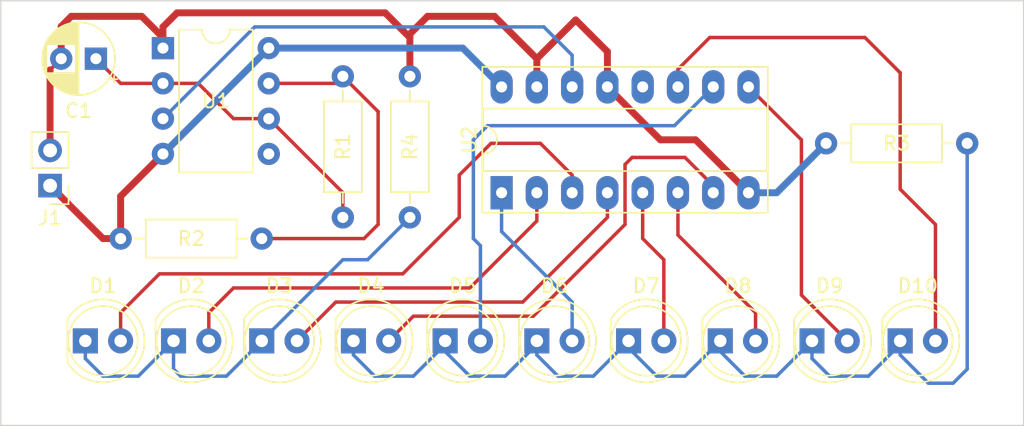
<source format=kicad_pcb>
(kicad_pcb (version 20221018) (generator pcbnew)
  (layers (0 "F.Cu" signal) (31 "B.Cu" signal) (34 "B.Paste" user) (35 "F.Paste" user) (36 "B.SilkS" user "B.Silkscreen") (37 "F.SilkS" user "F.Silkscreen") (38 "B.Mask" user) (39 "F.Mask" user) (44 "Edge.Cuts" user))
  (net 0 "")
  (net 1 "Net-(U1-THR)")
  (net 2 "GND")
  (net 3 "Net-(D1-K)")
  (net 4 "Net-(D1-A)")
  (net 5 "Net-(D2-A)")
  (net 6 "Net-(D3-A)")
  (net 7 "Net-(D10-K)")
  (net 8 "Net-(D4-A)")
  (net 9 "Net-(D5-A)")
  (net 10 "Net-(D6-A)")
  (net 11 "Net-(D7-A)")
  (net 12 "Net-(D8-A)")
  (net 13 "Net-(D9-A)")
  (net 14 "Net-(D10-A)")
  (net 15 "Net-(U1-DIS)")
  (net 16 "+5V")
  (net 17 "Net-(U1-Q)")
  (footprint "LED_THT:LED_D5.0mm" (layer "F.Cu") (at 34.925 70.485)
    (fp_text reference "D1" (at 1.27 -3.96) (layer "F.SilkS"))
    (fp_text value "LED's")
    (fp_line (start -1.29 -1.545) (end -1.29 1.545) (stroke (width 0.12)) (layer "F.SilkS"))
    (fp_arc (start -1.29 -1.54483) (mid 2.072002 -2.880433) (end 4.26 0.000462) (stroke (width 0.12)) (layer "F.SilkS"))
    (fp_arc (start 4.26 -0.000462) (mid 2.072002 2.880433) (end -1.29 1.54483) (stroke (width 0.12)) (layer "F.SilkS"))
    (fp_circle (center 1.27 0) (end 3.77 0) (stroke (width 0.12)) (fill none) (layer "F.SilkS"))
    (pad "1" thru_hole rect (at 0 0) (size 1.8 1.8) (drill 0.9) (layers "*.Cu" "*.Mask") (net 3 "Net-(D1-K)"))
    (pad "2" thru_hole circle (at 2.54 0) (size 1.8 1.8) (drill 0.9) (layers "*.Cu" "*.Mask") (net 4 "Net-(D1-A)"))
  )
  (footprint "LED_THT:LED_D5.0mm" (layer "F.Cu") (at 41.275 70.485)
    (fp_text reference "D2" (at 1.27 -3.96) (layer "F.SilkS"))
    (fp_text value "LED")
    (fp_line (start -1.29 -1.545) (end -1.29 1.545) (stroke (width 0.12)) (layer "F.SilkS"))
    (fp_arc (start -1.29 -1.54483) (mid 2.072002 -2.880433) (end 4.26 0.000462) (stroke (width 0.12)) (layer "F.SilkS"))
    (fp_arc (start 4.26 -0.000462) (mid 2.072002 2.880433) (end -1.29 1.54483) (stroke (width 0.12)) (layer "F.SilkS"))
    (fp_circle (center 1.27 0) (end 3.77 0) (stroke (width 0.12)) (fill none) (layer "F.SilkS"))
    (pad "1" thru_hole rect (at 0 0) (size 1.8 1.8) (drill 0.9) (layers "*.Cu" "*.Mask") (net 3 "Net-(D1-K)"))
    (pad "2" thru_hole circle (at 2.54 0) (size 1.8 1.8) (drill 0.9) (layers "*.Cu" "*.Mask") (net 5 "Net-(D2-A)"))
  )
  (footprint "Resistor_THT:R_Axial_DIN0207_L6.3mm_D2.5mm_P10.16mm_Horizontal" (layer "F.Cu") (at 53.467 51.435 -90)
    (fp_text reference "R1" (at 5.08 0 90) (layer "F.SilkS"))
    (fp_text value "47K" hide)
    (fp_line (start 1.04 0) (end 1.81 0) (stroke (width 0.12)) (layer "F.SilkS"))
    (fp_line (start 1.81 -1.37) (end 1.81 1.37) (stroke (width 0.12)) (layer "F.SilkS"))
    (fp_line (start 1.81 1.37) (end 8.35 1.37) (stroke (width 0.12)) (layer "F.SilkS"))
    (fp_line (start 8.35 -1.37) (end 1.81 -1.37) (stroke (width 0.12)) (layer "F.SilkS"))
    (fp_line (start 8.35 1.37) (end 8.35 -1.37) (stroke (width 0.12)) (layer "F.SilkS"))
    (fp_line (start 9.12 0) (end 8.35 0) (stroke (width 0.12)) (layer "F.SilkS"))
    (pad "1" thru_hole circle (at 0 0 270) (size 1.6 1.6) (drill 0.8) (layers "*.Cu" "*.Mask") (net 15 "Net-(U1-DIS)"))
    (pad "2" thru_hole oval (at 10.16 0 270) (size 1.6 1.6) (drill 0.8) (layers "*.Cu" "*.Mask") (net 1 "Net-(U1-THR)"))
  )
  (footprint "Package_DIP:DIP-8_W7.62mm" (layer "F.Cu") (at 40.513 49.403)
    (fp_text reference "U1" (at 3.81 3.81) (layer "F.SilkS"))
    (fp_text value "NE555P" hide)
    (fp_line (start 1.16 -1.33) (end 1.16 8.95) (stroke (width 0.12)) (layer "F.SilkS"))
    (fp_line (start 1.16 8.95) (end 6.46 8.95) (stroke (width 0.12)) (layer "F.SilkS"))
    (fp_line (start 2.81 -1.33) (end 1.16 -1.33) (stroke (width 0.12)) (layer "F.SilkS"))
    (fp_line (start 6.46 -1.33) (end 4.81 -1.33) (stroke (width 0.12)) (layer "F.SilkS"))
    (fp_line (start 6.46 8.95) (end 6.46 -1.33) (stroke (width 0.12)) (layer "F.SilkS"))
    (fp_arc (start 4.81 -1.33) (mid 3.81 -0.33) (end 2.81 -1.33) (stroke (width 0.12)) (layer "F.SilkS"))
    (pad "1" thru_hole rect (at 0 0) (size 1.6 1.6) (drill 0.8) (layers "*.Cu" "*.Mask") (net 2 "GND"))
    (pad "2" thru_hole oval (at 0 2.54) (size 1.6 1.6) (drill 0.8) (layers "*.Cu" "*.Mask") (net 1 "Net-(U1-THR)"))
    (pad "3" thru_hole oval (at 0 5.08) (size 1.6 1.6) (drill 0.8) (layers "*.Cu" "*.Mask") (net 17 "Net-(U1-Q)"))
    (pad "4" thru_hole oval (at 0 7.62) (size 1.6 1.6) (drill 0.8) (layers "*.Cu" "*.Mask") (net 16 "+5V"))
    (pad "5" thru_hole oval (at 7.62 7.62) (size 1.6 1.6) (drill 0.8) (layers "*.Cu" "*.Mask"))
    (pad "6" thru_hole oval (at 7.62 5.08) (size 1.6 1.6) (drill 0.8) (layers "*.Cu" "*.Mask") (net 1 "Net-(U1-THR)"))
    (pad "7" thru_hole oval (at 7.62 2.54) (size 1.6 1.6) (drill 0.8) (layers "*.Cu" "*.Mask") (net 15 "Net-(U1-DIS)"))
    (pad "8" thru_hole oval (at 7.62 0) (size 1.6 1.6) (drill 0.8) (layers "*.Cu" "*.Mask") (net 16 "+5V"))
  )
  (footprint "Package_DIP:DIP-16_W7.62mm_Socket_LongPads" (layer "F.Cu") (at 64.897 59.817 90)
    (fp_text reference "U2" (at 3.81 -2.33 90) (layer "F.SilkS"))
    (fp_text value "4017" hide)
    (fp_line (start -1.44 -1.39) (end -1.44 19.17) (stroke (width 0.12)) (layer "F.SilkS"))
    (fp_line (start -1.44 19.17) (end 9.06 19.17) (stroke (width 0.12)) (layer "F.SilkS"))
    (fp_line (start 1.56 -1.33) (end 1.56 19.11) (stroke (width 0.12)) (layer "F.SilkS"))
    (fp_line (start 1.56 19.11) (end 6.06 19.11) (stroke (width 0.12)) (layer "F.SilkS"))
    (fp_line (start 2.81 -1.33) (end 1.56 -1.33) (stroke (width 0.12)) (layer "F.SilkS"))
    (fp_line (start 6.06 -1.33) (end 4.81 -1.33) (stroke (width 0.12)) (layer "F.SilkS"))
    (fp_line (start 6.06 19.11) (end 6.06 -1.33) (stroke (width 0.12)) (layer "F.SilkS"))
    (fp_line (start 9.06 -1.39) (end -1.44 -1.39) (stroke (width 0.12)) (layer "F.SilkS"))
    (fp_line (start 9.06 19.17) (end 9.06 -1.39) (stroke (width 0.12)) (layer "F.SilkS"))
    (fp_arc (start 4.81 -1.33) (mid 3.81 -0.33) (end 2.81 -1.33) (stroke (width 0.12)) (layer "F.SilkS"))
    (pad "1" thru_hole rect (at 0 0 90) (size 2.4 1.6) (drill 0.8) (layers "*.Cu" "*.Mask") (net 10 "Net-(D6-A)"))
    (pad "2" thru_hole oval (at 0 2.54 90) (size 2.4 1.6) (drill 0.8) (layers "*.Cu" "*.Mask") (net 5 "Net-(D2-A)"))
    (pad "3" thru_hole oval (at 0 5.08 90) (size 2.4 1.6) (drill 0.8) (layers "*.Cu" "*.Mask") (net 4 "Net-(D1-A)"))
    (pad "4" thru_hole oval (at 0 7.62 90) (size 2.4 1.6) (drill 0.8) (layers "*.Cu" "*.Mask") (net 6 "Net-(D3-A)"))
    (pad "5" thru_hole oval (at 0 10.16 90) (size 2.4 1.6) (drill 0.8) (layers "*.Cu" "*.Mask") (net 11 "Net-(D7-A)"))
    (pad "6" thru_hole oval (at 0 12.7 90) (size 2.4 1.6) (drill 0.8) (layers "*.Cu" "*.Mask") (net 12 "Net-(D8-A)"))
    (pad "7" thru_hole oval (at 0 15.24 90) (size 2.4 1.6) (drill 0.8) (layers "*.Cu" "*.Mask") (net 8 "Net-(D4-A)"))
    (pad "8" thru_hole oval (at 0 17.78 90) (size 2.4 1.6) (drill 0.8) (layers "*.Cu" "*.Mask") (net 2 "GND"))
    (pad "9" thru_hole oval (at 7.62 17.78 90) (size 2.4 1.6) (drill 0.8) (layers "*.Cu" "*.Mask") (net 13 "Net-(D9-A)"))
    (pad "10" thru_hole oval (at 7.62 15.24 90) (size 2.4 1.6) (drill 0.8) (layers "*.Cu" "*.Mask") (net 9 "Net-(D5-A)"))
    (pad "11" thru_hole oval (at 7.62 12.7 90) (size 2.4 1.6) (drill 0.8) (layers "*.Cu" "*.Mask") (net 14 "Net-(D10-A)"))
    (pad "12" thru_hole oval (at 7.62 10.16 90) (size 2.4 1.6) (drill 0.8) (layers "*.Cu" "*.Mask"))
    (pad "13" thru_hole oval (at 7.62 7.62 90) (size 2.4 1.6) (drill 0.8) (layers "*.Cu" "*.Mask") (net 2 "GND"))
    (pad "14" thru_hole oval (at 7.62 5.08 90) (size 2.4 1.6) (drill 0.8) (layers "*.Cu" "*.Mask") (net 17 "Net-(U1-Q)"))
    (pad "15" thru_hole oval (at 7.62 2.54 90) (size 2.4 1.6) (drill 0.8) (layers "*.Cu" "*.Mask") (net 2 "GND"))
    (pad "16" thru_hole oval (at 7.62 0 90) (size 2.4 1.6) (drill 0.8) (layers "*.Cu" "*.Mask") (net 16 "+5V"))
  )
  (footprint "LED_THT:LED_D5.0mm" (layer "F.Cu") (at 60.833 70.485)
    (fp_text reference "D5" (at 1.27 -3.96) (layer "F.SilkS"))
    (fp_text value "LED")
    (fp_line (start -1.29 -1.545) (end -1.29 1.545) (stroke (width 0.12)) (layer "F.SilkS"))
    (fp_arc (start -1.29 -1.54483) (mid 2.072002 -2.880433) (end 4.26 0.000462) (stroke (width 0.12)) (layer "F.SilkS"))
    (fp_arc (start 4.26 -0.000462) (mid 2.072002 2.880433) (end -1.29 1.54483) (stroke (width 0.12)) (layer "F.SilkS"))
    (fp_circle (center 1.27 0) (end 3.77 0) (stroke (width 0.12)) (fill none) (layer "F.SilkS"))
    (pad "1" thru_hole rect (at 0 0) (size 1.8 1.8) (drill 0.9) (layers "*.Cu" "*.Mask") (net 7 "Net-(D10-K)"))
    (pad "2" thru_hole circle (at 2.54 0) (size 1.8 1.8) (drill 0.9) (layers "*.Cu" "*.Mask") (net 9 "Net-(D5-A)"))
  )
  (footprint "Resistor_THT:R_Axial_DIN0207_L6.3mm_D2.5mm_P10.16mm_Horizontal" (layer "F.Cu") (at 58.293 61.595 90)
    (fp_text reference "R4" (at 5.08 0 90) (layer "F.SilkS"))
    (fp_text value "R" hide)
    (fp_line (start 1.04 0) (end 1.81 0) (stroke (width 0.12)) (layer "F.SilkS"))
    (fp_line (start 1.81 -1.37) (end 1.81 1.37) (stroke (width 0.12)) (layer "F.SilkS"))
    (fp_line (start 1.81 1.37) (end 8.35 1.37) (stroke (width 0.12)) (layer "F.SilkS"))
    (fp_line (start 8.35 -1.37) (end 1.81 -1.37) (stroke (width 0.12)) (layer "F.SilkS"))
    (fp_line (start 8.35 1.37) (end 8.35 -1.37) (stroke (width 0.12)) (layer "F.SilkS"))
    (fp_line (start 9.12 0) (end 8.35 0) (stroke (width 0.12)) (layer "F.SilkS"))
    (pad "1" thru_hole circle (at 0 0 90) (size 1.6 1.6) (drill 0.8) (layers "*.Cu" "*.Mask") (net 3 "Net-(D1-K)"))
    (pad "2" thru_hole oval (at 10.16 0 90) (size 1.6 1.6) (drill 0.8) (layers "*.Cu" "*.Mask") (net 2 "GND"))
  )
  (footprint "LED_THT:LED_D5.0mm" (layer "F.Cu") (at 93.599 70.485)
    (fp_text reference "D10" (at 1.27 -3.96) (layer "F.SilkS"))
    (fp_text value "LED")
    (fp_line (start -1.29 -1.545) (end -1.29 1.545) (stroke (width 0.12)) (layer "F.SilkS"))
    (fp_arc (start -1.29 -1.54483) (mid 2.072002 -2.880433) (end 4.26 0.000462) (stroke (width 0.12)) (layer "F.SilkS"))
    (fp_arc (start 4.26 -0.000462) (mid 2.072002 2.880433) (end -1.29 1.54483) (stroke (width 0.12)) (layer "F.SilkS"))
    (fp_circle (center 1.27 0) (end 3.77 0) (stroke (width 0.12)) (fill none) (layer "F.SilkS"))
    (pad "1" thru_hole rect (at 0 0) (size 1.8 1.8) (drill 0.9) (layers "*.Cu" "*.Mask") (net 7 "Net-(D10-K)"))
    (pad "2" thru_hole circle (at 2.54 0) (size 1.8 1.8) (drill 0.9) (layers "*.Cu" "*.Mask") (net 14 "Net-(D10-A)"))
  )
  (footprint "LED_THT:LED_D5.0mm" (layer "F.Cu") (at 54.229 70.485)
    (fp_text reference "D4" (at 1.27 -3.96) (layer "F.SilkS"))
    (fp_text value "LED")
    (fp_line (start -1.29 -1.545) (end -1.29 1.545) (stroke (width 0.12)) (layer "F.SilkS"))
    (fp_arc (start -1.29 -1.54483) (mid 2.072002 -2.880433) (end 4.26 0.000462) (stroke (width 0.12)) (layer "F.SilkS"))
    (fp_arc (start 4.26 -0.000462) (mid 2.072002 2.880433) (end -1.29 1.54483) (stroke (width 0.12)) (layer "F.SilkS"))
    (fp_circle (center 1.27 0) (end 3.77 0) (stroke (width 0.12)) (fill none) (layer "F.SilkS"))
    (pad "1" thru_hole rect (at 0 0) (size 1.8 1.8) (drill 0.9) (layers "*.Cu" "*.Mask") (net 7 "Net-(D10-K)"))
    (pad "2" thru_hole circle (at 2.54 0) (size 1.8 1.8) (drill 0.9) (layers "*.Cu" "*.Mask") (net 8 "Net-(D4-A)"))
  )
  (footprint "LED_THT:LED_D5.0mm" (layer "F.Cu") (at 87.249 70.485)
    (fp_text reference "D9" (at 1.27 -3.96) (layer "F.SilkS"))
    (fp_text value "LED")
    (fp_line (start -1.29 -1.545) (end -1.29 1.545) (stroke (width 0.12)) (layer "F.SilkS"))
    (fp_arc (start -1.29 -1.54483) (mid 2.072002 -2.880433) (end 4.26 0.000462) (stroke (width 0.12)) (layer "F.SilkS"))
    (fp_arc (start 4.26 -0.000462) (mid 2.072002 2.880433) (end -1.29 1.54483) (stroke (width 0.12)) (layer "F.SilkS"))
    (fp_circle (center 1.27 0) (end 3.77 0) (stroke (width 0.12)) (fill none) (layer "F.SilkS"))
    (pad "1" thru_hole rect (at 0 0) (size 1.8 1.8) (drill 0.9) (layers "*.Cu" "*.Mask") (net 7 "Net-(D10-K)"))
    (pad "2" thru_hole circle (at 2.54 0) (size 1.8 1.8) (drill 0.9) (layers "*.Cu" "*.Mask") (net 13 "Net-(D9-A)"))
  )
  (footprint "Capacitor_THT:CP_Radial_D5.0mm_P2.50mm" (layer "F.Cu") (at 35.687 50.165 180)
    (fp_text reference "C1" (at 1.25 -3.75) (layer "F.SilkS"))
    (fp_text value "1uF" hide)
    (fp_line (start -1.554775 -1.475) (end -1.054775 -1.475) (stroke (width 0.12)) (layer "F.SilkS"))
    (fp_line (start -1.304775 -1.725) (end -1.304775 -1.225) (stroke (width 0.12)) (layer "F.SilkS"))
    (fp_line (start 1.25 -2.58) (end 1.25 2.58) (stroke (width 0.12)) (layer "F.SilkS"))
    (fp_line (start 1.29 -2.58) (end 1.29 2.58) (stroke (width 0.12)) (layer "F.SilkS"))
    (fp_line (start 1.33 -2.579) (end 1.33 2.579) (stroke (width 0.12)) (layer "F.SilkS"))
    (fp_line (start 1.37 -2.578) (end 1.37 2.578) (stroke (width 0.12)) (layer "F.SilkS"))
    (fp_line (start 1.41 -2.576) (end 1.41 2.576) (stroke (width 0.12)) (layer "F.SilkS"))
    (fp_line (start 1.45 -2.573) (end 1.45 2.573) (stroke (width 0.12)) (layer "F.SilkS"))
    (fp_line (start 1.49 -2.569) (end 1.49 -1.04) (stroke (width 0.12)) (layer "F.SilkS"))
    (fp_line (start 1.49 1.04) (end 1.49 2.569) (stroke (width 0.12)) (layer "F.SilkS"))
    (fp_line (start 1.53 -2.565) (end 1.53 -1.04) (stroke (width 0.12)) (layer "F.SilkS"))
    (fp_line (start 1.53 1.04) (end 1.53 2.565) (stroke (width 0.12)) (layer "F.SilkS"))
    (fp_line (start 1.57 -2.561) (end 1.57 -1.04) (stroke (width 0.12)) (layer "F.SilkS"))
    (fp_line (start 1.57 1.04) (end 1.57 2.561) (stroke (width 0.12)) (layer "F.SilkS"))
    (fp_line (start 1.61 -2.556) (end 1.61 -1.04) (stroke (width 0.12)) (layer "F.SilkS"))
    (fp_line (start 1.61 1.04) (end 1.61 2.556) (stroke (width 0.12)) (layer "F.SilkS"))
    (fp_line (start 1.65 -2.55) (end 1.65 -1.04) (stroke (width 0.12)) (layer "F.SilkS"))
    (fp_line (start 1.65 1.04) (end 1.65 2.55) (stroke (width 0.12)) (layer "F.SilkS"))
    (fp_line (start 1.69 -2.543) (end 1.69 -1.04) (stroke (width 0.12)) (layer "F.SilkS"))
    (fp_line (start 1.69 1.04) (end 1.69 2.543) (stroke (width 0.12)) (layer "F.SilkS"))
    (fp_line (start 1.73 -2.536) (end 1.73 -1.04) (stroke (width 0.12)) (layer "F.SilkS"))
    (fp_line (start 1.73 1.04) (end 1.73 2.536) (stroke (width 0.12)) (layer "F.SilkS"))
    (fp_line (start 1.77 -2.528) (end 1.77 -1.04) (stroke (width 0.12)) (layer "F.SilkS"))
    (fp_line (start 1.77 1.04) (end 1.77 2.528) (stroke (width 0.12)) (layer "F.SilkS"))
    (fp_line (start 1.81 -2.52) (end 1.81 -1.04) (stroke (width 0.12)) (layer "F.SilkS"))
    (fp_line (start 1.81 1.04) (end 1.81 2.52) (stroke (width 0.12)) (layer "F.SilkS"))
    (fp_line (start 1.85 -2.511) (end 1.85 -1.04) (stroke (width 0.12)) (layer "F.SilkS"))
    (fp_line (start 1.85 1.04) (end 1.85 2.511) (stroke (width 0.12)) (layer "F.SilkS"))
    (fp_line (start 1.89 -2.501) (end 1.89 -1.04) (stroke (width 0.12)) (layer "F.SilkS"))
    (fp_line (start 1.89 1.04) (end 1.89 2.501) (stroke (width 0.12)) (layer "F.SilkS"))
    (fp_line (start 1.93 -2.491) (end 1.93 -1.04) (stroke (width 0.12)) (layer "F.SilkS"))
    (fp_line (start 1.93 1.04) (end 1.93 2.491) (stroke (width 0.12)) (layer "F.SilkS"))
    (fp_line (start 1.971 -2.48) (end 1.971 -1.04) (stroke (width 0.12)) (layer "F.SilkS"))
    (fp_line (start 1.971 1.04) (end 1.971 2.48) (stroke (width 0.12)) (layer "F.SilkS"))
    (fp_line (start 2.011 -2.468) (end 2.011 -1.04) (stroke (width 0.12)) (layer "F.SilkS"))
    (fp_line (start 2.011 1.04) (end 2.011 2.468) (stroke (width 0.12)) (layer "F.SilkS"))
    (fp_line (start 2.051 -2.455) (end 2.051 -1.04) (stroke (width 0.12)) (layer "F.SilkS"))
    (fp_line (start 2.051 1.04) (end 2.051 2.455) (stroke (width 0.12)) (layer "F.SilkS"))
    (fp_line (start 2.091 -2.442) (end 2.091 -1.04) (stroke (width 0.12)) (layer "F.SilkS"))
    (fp_line (start 2.091 1.04) (end 2.091 2.442) (stroke (width 0.12)) (layer "F.SilkS"))
    (fp_line (start 2.131 -2.428) (end 2.131 -1.04) (stroke (width 0.12)) (layer "F.SilkS"))
    (fp_line (start 2.131 1.04) (end 2.131 2.428) (stroke (width 0.12)) (layer "F.SilkS"))
    (fp_line (start 2.171 -2.414) (end 2.171 -1.04) (stroke (width 0.12)) (layer "F.SilkS"))
    (fp_line (start 2.171 1.04) (end 2.171 2.414) (stroke (width 0.12)) (layer "F.SilkS"))
    (fp_line (start 2.211 -2.398) (end 2.211 -1.04) (stroke (width 0.12)) (layer "F.SilkS"))
    (fp_line (start 2.211 1.04) (end 2.211 2.398) (stroke (width 0.12)) (layer "F.SilkS"))
    (fp_line (start 2.251 -2.382) (end 2.251 -1.04) (stroke (width 0.12)) (layer "F.SilkS"))
    (fp_line (start 2.251 1.04) (end 2.251 2.382) (stroke (width 0.12)) (layer "F.SilkS"))
    (fp_line (start 2.291 -2.365) (end 2.291 -1.04) (stroke (width 0.12)) (layer "F.SilkS"))
    (fp_line (start 2.291 1.04) (end 2.291 2.365) (stroke (width 0.12)) (layer "F.SilkS"))
    (fp_line (start 2.331 -2.348) (end 2.331 -1.04) (stroke (width 0.12)) (layer "F.SilkS"))
    (fp_line (start 2.331 1.04) (end 2.331 2.348) (stroke (width 0.12)) (layer "F.SilkS"))
    (fp_line (start 2.371 -2.329) (end 2.371 -1.04) (stroke (width 0.12)) (layer "F.SilkS"))
    (fp_line (start 2.371 1.04) (end 2.371 2.329) (stroke (width 0.12)) (layer "F.SilkS"))
    (fp_line (start 2.411 -2.31) (end 2.411 -1.04) (stroke (width 0.12)) (layer "F.SilkS"))
    (fp_line (start 2.411 1.04) (end 2.411 2.31) (stroke (width 0.12)) (layer "F.SilkS"))
    (fp_line (start 2.451 -2.29) (end 2.451 -1.04) (stroke (width 0.12)) (layer "F.SilkS"))
    (fp_line (start 2.451 1.04) (end 2.451 2.29) (stroke (width 0.12)) (layer "F.SilkS"))
    (fp_line (start 2.491 -2.268) (end 2.491 -1.04) (stroke (width 0.12)) (layer "F.SilkS"))
    (fp_line (start 2.491 1.04) (end 2.491 2.268) (stroke (width 0.12)) (layer "F.SilkS"))
    (fp_line (start 2.531 -2.247) (end 2.531 -1.04) (stroke (width 0.12)) (layer "F.SilkS"))
    (fp_line (start 2.531 1.04) (end 2.531 2.247) (stroke (width 0.12)) (layer "F.SilkS"))
    (fp_line (start 2.571 -2.224) (end 2.571 -1.04) (stroke (width 0.12)) (layer "F.SilkS"))
    (fp_line (start 2.571 1.04) (end 2.571 2.224) (stroke (width 0.12)) (layer "F.SilkS"))
    (fp_line (start 2.611 -2.2) (end 2.611 -1.04) (stroke (width 0.12)) (layer "F.SilkS"))
    (fp_line (start 2.611 1.04) (end 2.611 2.2) (stroke (width 0.12)) (layer "F.SilkS"))
    (fp_line (start 2.651 -2.175) (end 2.651 -1.04) (stroke (width 0.12)) (layer "F.SilkS"))
    (fp_line (start 2.651 1.04) (end 2.651 2.175) (stroke (width 0.12)) (layer "F.SilkS"))
    (fp_line (start 2.691 -2.149) (end 2.691 -1.04) (stroke (width 0.12)) (layer "F.SilkS"))
    (fp_line (start 2.691 1.04) (end 2.691 2.149) (stroke (width 0.12)) (layer "F.SilkS"))
    (fp_line (start 2.731 -2.122) (end 2.731 -1.04) (stroke (width 0.12)) (layer "F.SilkS"))
    (fp_line (start 2.731 1.04) (end 2.731 2.122) (stroke (width 0.12)) (layer "F.SilkS"))
    (fp_line (start 2.771 -2.095) (end 2.771 -1.04) (stroke (width 0.12)) (layer "F.SilkS"))
    (fp_line (start 2.771 1.04) (end 2.771 2.095) (stroke (width 0.12)) (layer "F.SilkS"))
    (fp_line (start 2.811 -2.065) (end 2.811 -1.04) (stroke (width 0.12)) (layer "F.SilkS"))
    (fp_line (start 2.811 1.04) (end 2.811 2.065) (stroke (width 0.12)) (layer "F.SilkS"))
    (fp_line (start 2.851 -2.035) (end 2.851 -1.04) (stroke (width 0.12)) (layer "F.SilkS"))
    (fp_line (start 2.851 1.04) (end 2.851 2.035) (stroke (width 0.12)) (layer "F.SilkS"))
    (fp_line (start 2.891 -2.004) (end 2.891 -1.04) (stroke (width 0.12)) (layer "F.SilkS"))
    (fp_line (start 2.891 1.04) (end 2.891 2.004) (stroke (width 0.12)) (layer "F.SilkS"))
    (fp_line (start 2.931 -1.971) (end 2.931 -1.04) (stroke (width 0.12)) (layer "F.SilkS"))
    (fp_line (start 2.931 1.04) (end 2.931 1.971) (stroke (width 0.12)) (layer "F.SilkS"))
    (fp_line (start 2.971 -1.937) (end 2.971 -1.04) (stroke (width 0.12)) (layer "F.SilkS"))
    (fp_line (start 2.971 1.04) (end 2.971 1.937) (stroke (width 0.12)) (layer "F.SilkS"))
    (fp_line (start 3.011 -1.901) (end 3.011 -1.04) (stroke (width 0.12)) (layer "F.SilkS"))
    (fp_line (start 3.011 1.04) (end 3.011 1.901) (stroke (width 0.12)) (layer "F.SilkS"))
    (fp_line (start 3.051 -1.864) (end 3.051 -1.04) (stroke (width 0.12)) (layer "F.SilkS"))
    (fp_line (start 3.051 1.04) (end 3.051 1.864) (stroke (width 0.12)) (layer "F.SilkS"))
    (fp_line (start 3.091 -1.826) (end 3.091 -1.04) (stroke (width 0.12)) (layer "F.SilkS"))
    (fp_line (start 3.091 1.04) (end 3.091 1.826) (stroke (width 0.12)) (layer "F.SilkS"))
    (fp_line (start 3.131 -1.785) (end 3.131 -1.04) (stroke (width 0.12)) (layer "F.SilkS"))
    (fp_line (start 3.131 1.04) (end 3.131 1.785) (stroke (width 0.12)) (layer "F.SilkS"))
    (fp_line (start 3.171 -1.743) (end 3.171 -1.04) (stroke (width 0.12)) (layer "F.SilkS"))
    (fp_line (start 3.171 1.04) (end 3.171 1.743) (stroke (width 0.12)) (layer "F.SilkS"))
    (fp_line (start 3.211 -1.699) (end 3.211 -1.04) (stroke (width 0.12)) (layer "F.SilkS"))
    (fp_line (start 3.211 1.04) (end 3.211 1.699) (stroke (width 0.12)) (layer "F.SilkS"))
    (fp_line (start 3.251 -1.653) (end 3.251 -1.04) (stroke (width 0.12)) (layer "F.SilkS"))
    (fp_line (start 3.251 1.04) (end 3.251 1.653) (stroke (width 0.12)) (layer "F.SilkS"))
    (fp_line (start 3.291 -1.605) (end 3.291 -1.04) (stroke (width 0.12)) (layer "F.SilkS"))
    (fp_line (start 3.291 1.04) (end 3.291 1.605) (stroke (width 0.12)) (layer "F.SilkS"))
    (fp_line (start 3.331 -1.554) (end 3.331 -1.04) (stroke (width 0.12)) (layer "F.SilkS"))
    (fp_line (start 3.331 1.04) (end 3.331 1.554) (stroke (width 0.12)) (layer "F.SilkS"))
    (fp_line (start 3.371 -1.5) (end 3.371 -1.04) (stroke (width 0.12)) (layer "F.SilkS"))
    (fp_line (start 3.371 1.04) (end 3.371 1.5) (stroke (width 0.12)) (layer "F.SilkS"))
    (fp_line (start 3.411 -1.443) (end 3.411 -1.04) (stroke (width 0.12)) (layer "F.SilkS"))
    (fp_line (start 3.411 1.04) (end 3.411 1.443) (stroke (width 0.12)) (layer "F.SilkS"))
    (fp_line (start 3.451 -1.383) (end 3.451 -1.04) (stroke (width 0.12)) (layer "F.SilkS"))
    (fp_line (start 3.451 1.04) (end 3.451 1.383) (stroke (width 0.12)) (layer "F.SilkS"))
    (fp_line (start 3.491 -1.319) (end 3.491 -1.04) (stroke (width 0.12)) (layer "F.SilkS"))
    (fp_line (start 3.491 1.04) (end 3.491 1.319) (stroke (width 0.12)) (layer "F.SilkS"))
    (fp_line (start 3.531 -1.251) (end 3.531 -1.04) (stroke (width 0.12)) (layer "F.SilkS"))
    (fp_line (start 3.531 1.04) (end 3.531 1.251) (stroke (width 0.12)) (layer "F.SilkS"))
    (fp_line (start 3.571 -1.178) (end 3.571 1.178) (stroke (width 0.12)) (layer "F.SilkS"))
    (fp_line (start 3.611 -1.098) (end 3.611 1.098) (stroke (width 0.12)) (layer "F.SilkS"))
    (fp_line (start 3.651 -1.011) (end 3.651 1.011) (stroke (width 0.12)) (layer "F.SilkS"))
    (fp_line (start 3.691 -0.915) (end 3.691 0.915) (stroke (width 0.12)) (layer "F.SilkS"))
    (fp_line (start 3.731 -0.805) (end 3.731 0.805) (stroke (width 0.12)) (layer "F.SilkS"))
    (fp_line (start 3.771 -0.677) (end 3.771 0.677) (stroke (width 0.12)) (layer "F.SilkS"))
    (fp_line (start 3.811 -0.518) (end 3.811 0.518) (stroke (width 0.12)) (layer "F.SilkS"))
    (fp_line (start 3.851 -0.284) (end 3.851 0.284) (stroke (width 0.12)) (layer "F.SilkS"))
    (fp_circle (center 1.25 0) (end 3.87 0) (stroke (width 0.12)) (fill none) (layer "F.SilkS"))
    (pad "1" thru_hole rect (at 0 0 180) (size 1.6 1.6) (drill 0.8) (layers "*.Cu" "*.Mask") (net 1 "Net-(U1-THR)"))
    (pad "2" thru_hole circle (at 2.5 0 180) (size 1.6 1.6) (drill 0.8) (layers "*.Cu" "*.Mask") (net 2 "GND"))
  )
  (footprint "LED_THT:LED_D5.0mm" (layer "F.Cu") (at 74.041 70.485)
    (fp_text reference "D7" (at 1.27 -3.96) (layer "F.SilkS"))
    (fp_text value "LED")
    (fp_line (start -1.29 -1.545) (end -1.29 1.545) (stroke (width 0.12)) (layer "F.SilkS"))
    (fp_arc (start -1.29 -1.54483) (mid 2.072002 -2.880433) (end 4.26 0.000462) (stroke (width 0.12)) (layer "F.SilkS"))
    (fp_arc (start 4.26 -0.000462) (mid 2.072002 2.880433) (end -1.29 1.54483) (stroke (width 0.12)) (layer "F.SilkS"))
    (fp_circle (center 1.27 0) (end 3.77 0) (stroke (width 0.12)) (fill none) (layer "F.SilkS"))
    (pad "1" thru_hole rect (at 0 0) (size 1.8 1.8) (drill 0.9) (layers "*.Cu" "*.Mask") (net 7 "Net-(D10-K)"))
    (pad "2" thru_hole circle (at 2.54 0) (size 1.8 1.8) (drill 0.9) (layers "*.Cu" "*.Mask") (net 11 "Net-(D7-A)"))
  )
  (footprint "LED_THT:LED_D5.0mm" (layer "F.Cu") (at 47.625 70.485)
    (fp_text reference "D3" (at 1.27 -3.96) (layer "F.SilkS"))
    (fp_text value "LED")
    (fp_line (start -1.29 -1.545) (end -1.29 1.545) (stroke (width 0.12)) (layer "F.SilkS"))
    (fp_arc (start -1.29 -1.54483) (mid 2.072002 -2.880433) (end 4.26 0.000462) (stroke (width 0.12)) (layer "F.SilkS"))
    (fp_arc (start 4.26 -0.000462) (mid 2.072002 2.880433) (end -1.29 1.54483) (stroke (width 0.12)) (layer "F.SilkS"))
    (fp_circle (center 1.27 0) (end 3.77 0) (stroke (width 0.12)) (fill none) (layer "F.SilkS"))
    (pad "1" thru_hole rect (at 0 0) (size 1.8 1.8) (drill 0.9) (layers "*.Cu" "*.Mask") (net 3 "Net-(D1-K)"))
    (pad "2" thru_hole circle (at 2.54 0) (size 1.8 1.8) (drill 0.9) (layers "*.Cu" "*.Mask") (net 6 "Net-(D3-A)"))
  )
  (footprint "Resistor_THT:R_Axial_DIN0207_L6.3mm_D2.5mm_P10.16mm_Horizontal" (layer "F.Cu") (at 98.425 56.261 180)
    (fp_text reference "R3" (at 5.08 0) (layer "F.SilkS"))
    (fp_text value "R" hide)
    (fp_line (start 1.04 0) (end 1.81 0) (stroke (width 0.12)) (layer "F.SilkS"))
    (fp_line (start 1.81 -1.37) (end 1.81 1.37) (stroke (width 0.12)) (layer "F.SilkS"))
    (fp_line (start 1.81 1.37) (end 8.35 1.37) (stroke (width 0.12)) (layer "F.SilkS"))
    (fp_line (start 8.35 -1.37) (end 1.81 -1.37) (stroke (width 0.12)) (layer "F.SilkS"))
    (fp_line (start 8.35 1.37) (end 8.35 -1.37) (stroke (width 0.12)) (layer "F.SilkS"))
    (fp_line (start 9.12 0) (end 8.35 0) (stroke (width 0.12)) (layer "F.SilkS"))
    (pad "1" thru_hole circle (at 0 0 180) (size 1.6 1.6) (drill 0.8) (layers "*.Cu" "*.Mask") (net 7 "Net-(D10-K)"))
    (pad "2" thru_hole oval (at 10.16 0 180) (size 1.6 1.6) (drill 0.8) (layers "*.Cu" "*.Mask") (net 2 "GND"))
  )
  (footprint "LED_THT:LED_D5.0mm" (layer "F.Cu") (at 67.437 70.485)
    (fp_text reference "D6" (at 1.27 -3.96) (layer "F.SilkS"))
    (fp_text value "LED")
    (fp_line (start -1.29 -1.545) (end -1.29 1.545) (stroke (width 0.12)) (layer "F.SilkS"))
    (fp_arc (start -1.29 -1.54483) (mid 2.072002 -2.880433) (end 4.26 0.000462) (stroke (width 0.12)) (layer "F.SilkS"))
    (fp_arc (start 4.26 -0.000462) (mid 2.072002 2.880433) (end -1.29 1.54483) (stroke (width 0.12)) (layer "F.SilkS"))
    (fp_circle (center 1.27 0) (end 3.77 0) (stroke (width 0.12)) (fill none) (layer "F.SilkS"))
    (pad "1" thru_hole rect (at 0 0) (size 1.8 1.8) (drill 0.9) (layers "*.Cu" "*.Mask") (net 7 "Net-(D10-K)"))
    (pad "2" thru_hole circle (at 2.54 0) (size 1.8 1.8) (drill 0.9) (layers "*.Cu" "*.Mask") (net 10 "Net-(D6-A)"))
  )
  (footprint "LED_THT:LED_D5.0mm" (layer "F.Cu") (at 80.645 70.485)
    (fp_text reference "D8" (at 1.27 -3.96) (layer "F.SilkS"))
    (fp_text value "LED")
    (fp_line (start -1.29 -1.545) (end -1.29 1.545) (stroke (width 0.12)) (layer "F.SilkS"))
    (fp_arc (start -1.29 -1.54483) (mid 2.072002 -2.880433) (end 4.26 0.000462) (stroke (width 0.12)) (layer "F.SilkS"))
    (fp_arc (start 4.26 -0.000462) (mid 2.072002 2.880433) (end -1.29 1.54483) (stroke (width 0.12)) (layer "F.SilkS"))
    (fp_circle (center 1.27 0) (end 3.77 0) (stroke (width 0.12)) (fill none) (layer "F.SilkS"))
    (pad "1" thru_hole rect (at 0 0) (size 1.8 1.8) (drill 0.9) (layers "*.Cu" "*.Mask") (net 7 "Net-(D10-K)"))
    (pad "2" thru_hole circle (at 2.54 0) (size 1.8 1.8) (drill 0.9) (layers "*.Cu" "*.Mask") (net 12 "Net-(D8-A)"))
  )
  (footprint "Connector_PinHeader_2.54mm:PinHeader_1x02_P2.54mm_Vertical" (layer "F.Cu") (at 32.385 59.309 180)
    (fp_text reference "J1" (at 0 -2.33) (layer "F.SilkS"))
    (fp_text value "Conn_01x02" hide)
    (fp_line (start -1.33 -1.33) (end 0 -1.33) (stroke (width 0.12)) (layer "F.SilkS"))
    (fp_line (start -1.33 0) (end -1.33 -1.33) (stroke (width 0.12)) (layer "F.SilkS"))
    (fp_line (start -1.33 1.27) (end -1.33 3.87) (stroke (width 0.12)) (layer "F.SilkS"))
    (fp_line (start -1.33 1.27) (end 1.33 1.27) (stroke (width 0.12)) (layer "F.SilkS"))
    (fp_line (start -1.33 3.87) (end 1.33 3.87) (stroke (width 0.12)) (layer "F.SilkS"))
    (fp_line (start 1.33 1.27) (end 1.33 3.87) (stroke (width 0.12)) (layer "F.SilkS"))
    (pad "1" thru_hole rect (at 0 0 180) (size 1.7 1.7) (drill 1) (layers "*.Cu" "*.Mask") (net 16 "+5V"))
    (pad "2" thru_hole oval (at 0 2.54 180) (size 1.7 1.7) (drill 1) (layers "*.Cu" "*.Mask") (net 2 "GND"))
  )
  (footprint "Resistor_THT:R_Axial_DIN0207_L6.3mm_D2.5mm_P10.16mm_Horizontal" (layer "F.Cu") (at 37.465 63.119)
    (fp_text reference "R2" (at 5.08 0) (layer "F.SilkS"))
    (fp_text value "1K" hide)
    (fp_line (start 1.04 0) (end 1.81 0) (stroke (width 0.12)) (layer "F.SilkS"))
    (fp_line (start 1.81 -1.37) (end 1.81 1.37) (stroke (width 0.12)) (layer "F.SilkS"))
    (fp_line (start 1.81 1.37) (end 8.35 1.37) (stroke (width 0.12)) (layer "F.SilkS"))
    (fp_line (start 8.35 -1.37) (end 1.81 -1.37) (stroke (width 0.12)) (layer "F.SilkS"))
    (fp_line (start 8.35 1.37) (end 8.35 -1.37) (stroke (width 0.12)) (layer "F.SilkS"))
    (fp_line (start 9.12 0) (end 8.35 0) (stroke (width 0.12)) (layer "F.SilkS"))
    (pad "1" thru_hole circle (at 0 0) (size 1.6 1.6) (drill 0.8) (layers "*.Cu" "*.Mask") (net 16 "+5V"))
    (pad "2" thru_hole oval (at 10.16 0) (size 1.6 1.6) (drill 0.8) (layers "*.Cu" "*.Mask") (net 15 "Net-(U1-DIS)"))
  )
  (gr_rect (start 28.829 45.989596) (end 102.489 76.581) (stroke (width 0.1)) (fill none) (layer "Edge.Cuts"))
  (segment (start 45.593 54.483) (end 48.133 54.483) (width 0.25) (layer "F.Cu") (net 1))
  (segment (start 53.467 59.817) (end 53.467 61.595) (width 0.25) (layer "F.Cu") (net 1))
  (segment (start 35.687 50.165) (end 37.465 51.943) (width 0.25) (layer "F.Cu") (net 1))
  (segment (start 48.133 54.483) (end 53.467 59.817) (width 0.25) (layer "F.Cu") (net 1))
  (segment (start 37.465 51.943) (end 40.513 51.943) (width 0.25) (layer "F.Cu") (net 1))
  (segment (start 43.053 51.943) (end 45.593 54.483) (width 0.25) (layer "F.Cu") (net 1))
  (segment (start 40.513 51.943) (end 43.053 51.943) (width 0.25) (layer "F.Cu") (net 1))
  (segment (start 72.517 49.657) (end 72.517 52.197) (width 0.5) (layer "F.Cu") (net 2))
  (segment (start 32.385 50.967) (end 33.187 50.165) (width 0.25) (layer "F.Cu") (net 2))
  (segment (start 33.909 47.117) (end 38.989 47.117) (width 0.5) (layer "F.Cu") (net 2))
  (segment (start 33.187 47.839) (end 33.909 47.117) (width 0.5) (layer "F.Cu") (net 2))
  (segment (start 67.437 50.165) (end 70.231 47.371) (width 0.5) (layer "F.Cu") (net 2))
  (segment (start 58.293 51.435) (end 58.293 48.387) (width 0.5) (layer "F.Cu") (net 2))
  (segment (start 38.989 47.117) (end 40.513 48.641) (width 0.5) (layer "F.Cu") (net 2))
  (segment (start 64.389 47.117) (end 67.437 50.165) (width 0.5) (layer "F.Cu") (net 2))
  (segment (start 40.513 47.879) (end 41.529 46.863) (width 0.5) (layer "F.Cu") (net 2))
  (segment (start 67.437 50.165) (end 67.437 52.197) (width 0.5) (layer "F.Cu") (net 2))
  (segment (start 76.327 56.007) (end 78.867 56.007) (width 0.5) (layer "F.Cu") (net 2))
  (segment (start 59.563 47.117) (end 64.389 47.117) (width 0.5) (layer "F.Cu") (net 2))
  (segment (start 33.187 50.165) (end 33.187 47.839) (width 0.5) (layer "F.Cu") (net 2))
  (segment (start 56.515 46.863) (end 58.293 48.641) (width 0.5) (layer "F.Cu") (net 2))
  (segment (start 40.513 49.403) (end 40.513 47.879) (width 0.5) (layer "F.Cu") (net 2))
  (segment (start 70.231 47.371) (end 72.517 49.657) (width 0.5) (layer "F.Cu") (net 2))
  (segment (start 78.867 56.007) (end 82.677 59.817) (width 0.5) (layer "F.Cu") (net 2))
  (segment (start 40.513 48.641) (end 40.513 49.403) (width 0.25) (layer "F.Cu") (net 2))
  (segment (start 32.385 56.769) (end 32.385 50.967) (width 0.5) (layer "F.Cu") (net 2))
  (segment (start 41.529 46.863) (end 56.515 46.863) (width 0.5) (layer "F.Cu") (net 2))
  (segment (start 58.293 48.387) (end 59.563 47.117) (width 0.5) (layer "F.Cu") (net 2))
  (segment (start 72.517 52.197) (end 76.327 56.007) (width 0.5) (layer "F.Cu") (net 2))
  (segment (start 84.709 59.817) (end 88.265 56.261) (width 0.5) (layer "B.Cu") (net 2))
  (segment (start 82.677 59.817) (end 84.709 59.817) (width 0.5) (layer "B.Cu") (net 2))
  (segment (start 41.275 72.517) (end 41.783 73.025) (width 0.25) (layer "B.Cu") (net 3))
  (segment (start 38.735 73.025) (end 41.275 70.485) (width 0.25) (layer "B.Cu") (net 3))
  (segment (start 41.783 73.025) (end 45.085 73.025) (width 0.25) (layer "B.Cu") (net 3))
  (segment (start 34.925 71.755) (end 36.195 73.025) (width 0.25) (layer "B.Cu") (net 3))
  (segment (start 58.293 61.595) (end 55.245 64.643) (width 0.25) (layer "B.Cu") (net 3))
  (segment (start 45.085 73.025) (end 47.625 70.485) (width 0.25) (layer "B.Cu") (net 3))
  (segment (start 34.925 70.485) (end 34.925 71.755) (width 0.25) (layer "B.Cu") (net 3))
  (segment (start 36.195 73.025) (end 38.735 73.025) (width 0.25) (layer "B.Cu") (net 3))
  (segment (start 55.245 64.643) (end 53.467 64.643) (width 0.25) (layer "B.Cu") (net 3))
  (segment (start 53.467 64.643) (end 47.625 70.485) (width 0.25) (layer "B.Cu") (net 3))
  (segment (start 41.275 70.485) (end 41.275 72.517) (width 0.25) (layer "B.Cu") (net 3))
  (segment (start 64.135 56.261) (end 67.691 56.261) (width 0.25) (layer "F.Cu") (net 4))
  (segment (start 37.465 68.453) (end 40.259 65.659) (width 0.25) (layer "F.Cu") (net 4))
  (segment (start 40.259 65.659) (end 57.785 65.659) (width 0.25) (layer "F.Cu") (net 4))
  (segment (start 69.977 58.547) (end 69.977 59.817) (width 0.25) (layer "F.Cu") (net 4))
  (segment (start 37.465 70.485) (end 37.465 68.453) (width 0.25) (layer "F.Cu") (net 4))
  (segment (start 61.849 58.547) (end 64.135 56.261) (width 0.25) (layer "F.Cu") (net 4))
  (segment (start 67.691 56.261) (end 69.977 58.547) (width 0.25) (layer "F.Cu") (net 4))
  (segment (start 61.849 61.595) (end 61.849 58.547) (width 0.25) (layer "F.Cu") (net 4))
  (segment (start 57.785 65.659) (end 61.849 61.595) (width 0.25) (layer "F.Cu") (net 4))
  (segment (start 45.593 66.675) (end 62.611 66.675) (width 0.25) (layer "F.Cu") (net 5))
  (segment (start 43.815 70.485) (end 43.815 68.453) (width 0.25) (layer "F.Cu") (net 5))
  (segment (start 67.437 61.849) (end 67.437 59.817) (width 0.25) (layer "F.Cu") (net 5))
  (segment (start 43.815 68.453) (end 45.593 66.675) (width 0.25) (layer "F.Cu") (net 5))
  (segment (start 62.611 66.675) (end 67.437 61.849) (width 0.25) (layer "F.Cu") (net 5))
  (segment (start 50.165 70.485) (end 52.959 67.691) (width 0.25) (layer "F.Cu") (net 6))
  (segment (start 72.517 61.595) (end 72.517 59.817) (width 0.25) (layer "F.Cu") (net 6))
  (segment (start 52.959 67.691) (end 66.421 67.691) (width 0.25) (layer "F.Cu") (net 6))
  (segment (start 66.421 67.691) (end 72.517 61.595) (width 0.25) (layer "F.Cu") (net 6))
  (segment (start 74.041 70.485) (end 74.041 70.993) (width 0.25) (layer "B.Cu") (net 7))
  (segment (start 60.833 71.247) (end 62.611 73.025) (width 0.25) (layer "B.Cu") (net 7))
  (segment (start 54.229 71.501) (end 55.753 73.025) (width 0.25) (layer "B.Cu") (net 7))
  (segment (start 55.753 73.025) (end 58.547 73.025) (width 0.25) (layer "B.Cu") (net 7))
  (segment (start 67.437 70.485) (end 67.437 71.501) (width 0.25) (layer "B.Cu") (net 7))
  (segment (start 67.437 70.739) (end 67.437 70.485) (width 0.25) (layer "B.Cu") (net 7))
  (segment (start 98.425 72.517) (end 98.425 56.261) (width 0.25) (layer "B.Cu") (net 7))
  (segment (start 76.073 73.025) (end 78.105 73.025) (width 0.25) (layer "B.Cu") (net 7))
  (segment (start 95.631 73.533) (end 97.409 73.533) (width 0.25) (layer "B.Cu") (net 7))
  (segment (start 62.611 73.025) (end 65.151 73.025) (width 0.25) (layer "B.Cu") (net 7))
  (segment (start 87.249 71.755) (end 88.519 73.025) (width 0.25) (layer "B.Cu") (net 7))
  (segment (start 68.961 73.025) (end 71.501 73.025) (width 0.25) (layer "B.Cu") (net 7))
  (segment (start 91.313 73.025) (end 93.599 70.739) (width 0.25) (layer "B.Cu") (net 7))
  (segment (start 58.547 73.025) (end 60.833 70.739) (width 0.25) (layer "B.Cu") (net 7))
  (segment (start 67.437 71.501) (end 68.961 73.025) (width 0.25) (layer "B.Cu") (net 7))
  (segment (start 60.833 70.739) (end 60.833 70.485) (width 0.25) (layer "B.Cu") (net 7))
  (segment (start 80.645 71.247) (end 82.423 73.025) (width 0.25) (layer "B.Cu") (net 7))
  (segment (start 87.249 70.485) (end 87.249 71.755) (width 0.25) (layer "B.Cu") (net 7))
  (segment (start 74.041 70.993) (end 76.073 73.025) (width 0.25) (layer "B.Cu") (net 7))
  (segment (start 97.409 73.533) (end 98.425 72.517) (width 0.25) (layer "B.Cu") (net 7))
  (segment (start 84.709 73.025) (end 87.249 70.485) (width 0.25) (layer "B.Cu") (net 7))
  (segment (start 93.599 70.739) (end 93.599 70.485) (width 0.25) (layer "B.Cu") (net 7))
  (segment (start 54.229 70.485) (end 54.229 71.501) (width 0.25) (layer "B.Cu") (net 7))
  (segment (start 93.599 70.485) (end 93.599 71.501) (width 0.25) (layer "B.Cu") (net 7))
  (segment (start 82.423 73.025) (end 84.709 73.025) (width 0.25) (layer "B.Cu") (net 7))
  (segment (start 65.151 73.025) (end 67.437 70.739) (width 0.25) (layer "B.Cu") (net 7))
  (segment (start 78.105 73.025) (end 80.645 70.485) (width 0.25) (layer "B.Cu") (net 7))
  (segment (start 93.599 71.501) (end 95.631 73.533) (width 0.25) (layer "B.Cu") (net 7))
  (segment (start 71.501 73.025) (end 74.041 70.485) (width 0.25) (layer "B.Cu") (net 7))
  (segment (start 88.519 73.025) (end 91.313 73.025) (width 0.25) (layer "B.Cu") (net 7))
  (segment (start 80.645 70.485) (end 80.645 71.247) (width 0.25) (layer "B.Cu") (net 7))
  (segment (start 60.833 70.485) (end 60.833 71.247) (width 0.25) (layer "B.Cu") (net 7))
  (segment (start 74.295 57.277) (end 78.105 57.277) (width 0.25) (layer "F.Cu") (net 8))
  (segment (start 73.787 57.785) (end 74.295 57.277) (width 0.25) (layer "F.Cu") (net 8))
  (segment (start 67.183 68.707) (end 73.787 62.103) (width 0.25) (layer "F.Cu") (net 8))
  (segment (start 56.769 70.485) (end 58.547 68.707) (width 0.25) (layer "F.Cu") (net 8))
  (segment (start 80.137 59.309) (end 80.137 59.817) (width 0.25) (layer "F.Cu") (net 8))
  (segment (start 58.547 68.707) (end 67.183 68.707) (width 0.25) (layer "F.Cu") (net 8))
  (segment (start 78.105 57.277) (end 80.137 59.309) (width 0.25) (layer "F.Cu") (net 8))
  (segment (start 73.787 62.103) (end 73.787 57.785) (width 0.25) (layer "F.Cu") (net 8))
  (segment (start 77.343 54.991) (end 80.137 52.197) (width 0.25) (layer "B.Cu") (net 9))
  (segment (start 62.865 63.119) (end 62.865 56.007) (width 0.25) (layer "B.Cu") (net 9))
  (segment (start 63.373 63.627) (end 62.865 63.119) (width 0.25) (layer "B.Cu") (net 9))
  (segment (start 63.373 70.485) (end 63.373 63.627) (width 0.25) (layer "B.Cu") (net 9))
  (segment (start 62.865 56.007) (end 63.881 54.991) (width 0.25) (layer "B.Cu") (net 9))
  (segment (start 63.881 54.991) (end 77.343 54.991) (width 0.25) (layer "B.Cu") (net 9))
  (segment (start 69.977 67.691) (end 64.897 62.611) (width 0.25) (layer "B.Cu") (net 10))
  (segment (start 64.897 62.611) (end 64.897 59.817) (width 0.25) (layer "B.Cu") (net 10))
  (segment (start 69.977 70.485) (end 69.977 67.691) (width 0.25) (layer "B.Cu") (net 10))
  (segment (start 75.057 63.119) (end 75.057 59.817) (width 0.25) (layer "F.Cu") (net 11))
  (segment (start 76.581 64.643) (end 75.057 63.119) (width 0.25) (layer "F.Cu") (net 11))
  (segment (start 76.581 70.485) (end 76.581 64.643) (width 0.25) (layer "F.Cu") (net 11))
  (segment (start 77.597 62.865) (end 77.597 59.817) (width 0.25) (layer "F.Cu") (net 12))
  (segment (start 83.185 70.485) (end 83.185 68.453) (width 0.25) (layer "F.Cu") (net 12))
  (segment (start 83.185 68.453) (end 77.597 62.865) (width 0.25) (layer "F.Cu") (net 12))
  (segment (start 86.487 67.183) (end 86.487 56.007) (width 0.25) (layer "F.Cu") (net 13))
  (segment (start 86.487 56.007) (end 82.677 52.197) (width 0.25) (layer "F.Cu") (net 13))
  (segment (start 89.789 70.485) (end 86.487 67.183) (width 0.25) (layer "F.Cu") (net 13))
  (segment (start 96.139 70.485) (end 96.139 62.103) (width 0.25) (layer "F.Cu") (net 14))
  (segment (start 79.883 48.641) (end 77.597 50.927) (width 0.25) (layer "F.Cu") (net 14))
  (segment (start 93.599 59.563) (end 93.599 51.181) (width 0.25) (layer "F.Cu") (net 14))
  (segment (start 96.139 62.103) (end 93.599 59.563) (width 0.25) (layer "F.Cu") (net 14))
  (segment (start 93.599 51.181) (end 91.059 48.641) (width 0.25) (layer "F.Cu") (net 14))
  (segment (start 91.059 48.641) (end 79.883 48.641) (width 0.25) (layer "F.Cu") (net 14))
  (segment (start 77.597 50.927) (end 77.597 52.197) (width 0.25) (layer "F.Cu") (net 14))
  (segment (start 56.007 62.103) (end 56.007 53.975) (width 0.25) (layer "F.Cu") (net 15))
  (segment (start 52.959 51.943) (end 53.467 51.435) (width 0.25) (layer "F.Cu") (net 15))
  (segment (start 56.007 53.975) (end 53.467 51.435) (width 0.25) (layer "F.Cu") (net 15))
  (segment (start 47.625 63.119) (end 54.991 63.119) (width 0.25) (layer "F.Cu") (net 15))
  (segment (start 54.991 63.119) (end 56.007 62.103) (width 0.25) (layer "F.Cu") (net 15))
  (segment (start 48.133 51.943) (end 52.959 51.943) (width 0.25) (layer "F.Cu") (net 15))
  (segment (start 36.195 63.119) (end 32.385 59.309) (width 0.5) (layer "F.Cu") (net 16))
  (segment (start 37.465 60.071) (end 40.513 57.023) (width 0.5) (layer "F.Cu") (net 16))
  (segment (start 37.465 63.119) (end 36.195 63.119) (width 0.5) (layer "F.Cu") (net 16))
  (segment (start 37.465 63.119) (end 37.465 60.071) (width 0.5) (layer "F.Cu") (net 16))
  (segment (start 40.513 57.023) (end 48.133 49.403) (width 0.5) (layer "B.Cu") (net 16))
  (segment (start 62.103 49.403) (end 64.897 52.197) (width 0.5) (layer "B.Cu") (net 16))
  (segment (start 48.133 49.403) (end 62.103 49.403) (width 0.5) (layer "B.Cu") (net 16))
  (segment (start 47.117 47.879) (end 67.945 47.879) (width 0.25) (layer "B.Cu") (net 17))
  (segment (start 67.945 47.879) (end 69.977 49.911) (width 0.25) (layer "B.Cu") (net 17))
  (segment (start 40.513 54.483) (end 47.117 47.879) (width 0.25) (layer "B.Cu") (net 17))
  (segment (start 69.977 49.911) (end 69.977 52.197) (width 0.25) (layer "B.Cu") (net 17))
)
</source>
